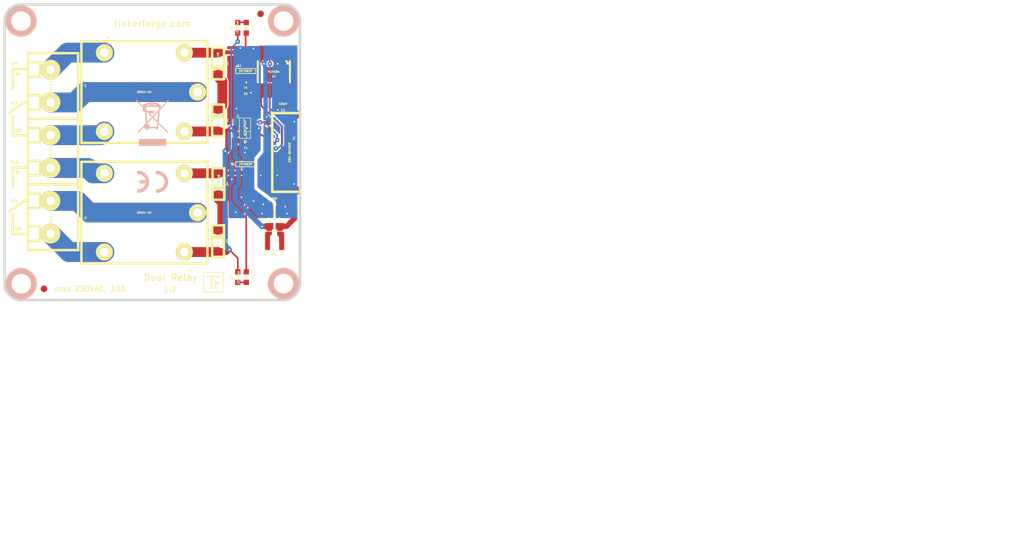
<source format=kicad_pcb>
(kicad_pcb (version 3) (host pcbnew "(2013-07-24 BZR 4024)-stable")
  (title_block (title "Dual Relay Bricklet") (rev 1.2) (company "Tinkerforge GmbH") (comment 1 "Licensed under CERN OHL v.1.1") (comment 2 "Copyright (©) 2013, B.Nordmeyer <bastian@tinkerforge.com>"))
  (layers (15 Vorderseite signal) (0 Rückseite signal) (18 B.Paste user) (19 F.Paste user) (20 B.SilkS user) (21 F.SilkS user) (22 B.Mask user) (23 F.Mask user) (28 Edge.Cuts user))
  (net 0 "")
  (net 1 +5V)
  (net 2 AGND)
  (net 3 GND)
  (net 4 N-000001)
  (net 5 N-0000016)
  (net 6 N-000002)
  (net 7 N-0000023)
  (net 8 N-0000024)
  (net 9 N-0000025)
  (net 10 N-0000026)
  (net 11 N-0000027)
  (net 12 N-000004)
  (net 13 N-000005)
  (net 14 N-000006)
  (net 15 N-000007)
  (net 16 N-000008)
  (net 17 N-000009)
  (net 18 OUT1)
  (net 19 OUT2)
  (net 20 SCL)
  (net 21 SDA)
  (net 22 VCC)
  (module AKL_5_2 (layer Vorderseite) (at 134.07136 94.07398 90)
    (fp_text reference J3 (at 0.00254 5.30098 90) (layer F.SilkS) (effects (font (size 0.29972 0.29972) (thickness 0.0762))))
    (fp_text value AKL_5_2 (at -0.09906 0 90) (layer F.SilkS) (effects (font (size 0.29972 0.29972) (thickness 0.0762))))
    (pad 1 thru_hole circle (at -2.49936 0 90) (size 2.99974 2.99974) (drill 1.30048) (layers *.Cu *.Mask F.SilkS) (net 16 N-000008))
    (pad 2 thru_hole circle (at 2.49936 0 90) (size 2.99974 2.99974) (drill 1.30048) (layers *.Cu *.Mask F.SilkS) (net 15 N-000007))
  )
  (module AKL_5_2 (layer Vorderseite) (at 134.07136 104.07396 90)
    (fp_text reference J2 (at 0.00254 5.30098 90) (layer F.SilkS) (effects (font (size 0.29972 0.29972) (thickness 0.0762))))
    (fp_text value AKL_5_2 (at -0.09906 0 90) (layer F.SilkS) (effects (font (size 0.29972 0.29972) (thickness 0.0762))))
    (pad 1 thru_hole circle (at -2.49936 0 90) (size 2.99974 2.99974) (drill 1.30048) (layers *.Cu *.Mask F.SilkS) (net 7 N-0000023))
    (pad 2 thru_hole circle (at 2.49936 0 90) (size 2.99974 2.99974) (drill 1.30048) (layers *.Cu *.Mask F.SilkS) (net 14 N-000006))
  )
  (module AKL_5_2 (layer Vorderseite) (at 134.07136 114.07394 90)
    (fp_text reference J1 (at -0.09906 5.30098 90) (layer F.SilkS) (effects (font (size 0.29972 0.29972) (thickness 0.0762))))
    (fp_text value AKL_5_2 (at -0.19812 0.1016 90) (layer F.SilkS) (effects (font (size 0.29972 0.29972) (thickness 0.0762))))
    (pad 1 thru_hole circle (at -2.49936 0 90) (size 2.99974 2.99974) (drill 1.30048) (layers *.Cu *.Mask F.SilkS) (net 13 N-000005))
    (pad 2 thru_hole circle (at 2.49936 0 90) (size 2.99974 2.99974) (drill 1.30048) (layers *.Cu *.Mask F.SilkS) (net 8 N-0000024))
  )
  (module ORWH-SX (layer Vorderseite) (at 148.375 113.375 180)
    (fp_text reference U2 (at -7.00024 -8.79856 180) (layer F.SilkS) (effects (font (size 0.29972 0.29972) (thickness 0.0762))))
    (fp_text value ORWH-SX (at 0 0 180) (layer F.SilkS) (effects (font (size 0.29972 0.29972) (thickness 0.0762))))
    (pad 1 thru_hole circle (at -6.10108 -5.99948 180) (size 2.60096 2.60096) (drill 1.30048) (layers *.Cu *.Mask F.SilkS) (net 1 +5V))
    (pad 2 thru_hole circle (at -8.10006 0 180) (size 2.60096 2.60096) (drill 1.30048) (layers *.Cu *.Mask F.SilkS) (net 8 N-0000024))
    (pad 3 thru_hole circle (at -6.10108 5.99948 180) (size 2.60096 2.60096) (drill 1.30048) (layers *.Cu *.Mask F.SilkS) (net 10 N-0000026))
    (pad 4 thru_hole circle (at 6.10108 5.99948 180) (size 2.60096 2.60096) (drill 1.30048) (layers *.Cu *.Mask F.SilkS) (net 7 N-0000023))
    (pad 5 thru_hole circle (at 6.10108 -5.99948 180) (size 2.60096 2.60096) (drill 1.30048) (layers *.Cu *.Mask F.SilkS) (net 13 N-000005))
  )
  (module ORWH-SX (layer Vorderseite) (at 148.375 95 180)
    (fp_text reference U3 (at 5.575 8.3 180) (layer F.SilkS) (effects (font (size 0.29972 0.29972) (thickness 0.0762))))
    (fp_text value ORWH-SX (at 0 0 180) (layer F.SilkS) (effects (font (size 0.29972 0.29972) (thickness 0.0762))))
    (pad 1 thru_hole circle (at -6.10108 -5.99948 180) (size 2.60096 2.60096) (drill 1.30048) (layers *.Cu *.Mask F.SilkS) (net 1 +5V))
    (pad 2 thru_hole circle (at -8.10006 0 180) (size 2.60096 2.60096) (drill 1.30048) (layers *.Cu *.Mask F.SilkS) (net 16 N-000008))
    (pad 3 thru_hole circle (at -6.10108 5.99948 180) (size 2.60096 2.60096) (drill 1.30048) (layers *.Cu *.Mask F.SilkS) (net 11 N-0000027))
    (pad 4 thru_hole circle (at 6.10108 5.99948 180) (size 2.60096 2.60096) (drill 1.30048) (layers *.Cu *.Mask F.SilkS) (net 15 N-000007))
    (pad 5 thru_hole circle (at 6.10108 -5.99948 180) (size 2.60096 2.60096) (drill 1.30048) (layers *.Cu *.Mask F.SilkS) (net 14 N-000006))
  )
  (module CON-SENSOR (layer Vorderseite) (at 172.1 104.2 90)
    (fp_text reference P1 (at 2.20218 -0.9017 90) (layer F.SilkS) (effects (font (size 0.29972 0.29972) (thickness 0.0762))))
    (fp_text value CON-SENSOR (at 0 -1.6002 90) (layer F.SilkS) (effects (font (size 0.29972 0.29972) (thickness 0.0762))))
    (pad 1 smd rect (at -4.50088 -4.7752 90) (size 0.59944 1.5494) (layers Vorderseite F.Paste F.Mask) (net 6 N-000002))
    (pad 2 smd rect (at -3.50012 -4.7752 90) (size 0.59944 1.5494) (layers Vorderseite F.Paste F.Mask) (net 3 GND))
    (pad 3 smd rect (at -2.49936 -4.7752 90) (size 0.59944 1.5494) (layers Vorderseite F.Paste F.Mask) (net 22 VCC))
    (pad 4 smd rect (at -1.50114 -4.7752 90) (size 0.59944 1.5494) (layers Vorderseite F.Paste F.Mask) (net 20 SCL))
    (pad 5 smd rect (at -0.50038 -4.7752 90) (size 0.59944 1.5494) (layers Vorderseite F.Paste F.Mask) (net 21 SDA))
    (pad 6 smd rect (at 0.50038 -4.7752 90) (size 0.59944 1.5494) (layers Vorderseite F.Paste F.Mask) (net 9 N-0000025))
    (pad 7 smd rect (at 1.50114 -4.7752 90) (size 0.59944 1.5494) (layers Vorderseite F.Paste F.Mask) (net 18 OUT1))
    (pad 8 smd rect (at 2.49936 -4.7752 90) (size 0.59944 1.5494) (layers Vorderseite F.Paste F.Mask) (net 19 OUT2))
    (pad 9 smd rect (at 3.50012 -4.7752 90) (size 0.59944 1.5494) (layers Vorderseite F.Paste F.Mask))
    (pad 10 smd rect (at 4.50088 -4.7752 90) (size 0.59944 1.5494) (layers Vorderseite F.Paste F.Mask))
    (pad EP smd rect (at -5.79882 -0.89916 90) (size 1.19888 1.80086) (layers Vorderseite F.Paste F.Mask) (net 3 GND))
    (pad EP smd rect (at 5.79882 -0.89916 90) (size 1.19888 1.80086) (layers Vorderseite F.Paste F.Mask) (net 3 GND))
  )
  (module Logo_31x31 (layer Vorderseite) (at 157.3 122.4)
    (fp_text reference Ref** hide)
    (fp_text value Val** hide)
  )
  (module Fiducial_Mark (layer Vorderseite) (at 133.07568 124.97562)
    (fp_text reference Fiducial_Mark hide)
    (fp_text value VAL** hide)
    (pad 1 smd circle (at 0 0) (size 1.00076 1.00076) (layers Vorderseite F.Mask) (clearance 0.65024))
  )
  (module Fiducial_Mark (layer Vorderseite) (at 166.07536 83.07578)
    (fp_text reference Fiducial_Mark hide)
    (fp_text value VAL** hide)
    (pad 1 smd circle (at 0 0) (size 1.00076 1.00076) (layers Vorderseite F.Mask) (clearance 0.65024))
  )
  (module CE_5mm (layer Rückseite) (at 149.575 108.675 180)
    (fp_text reference VAL hide)
    (fp_text value CE_5mm hide)
  )
  (module WEEE_7mm (layer Rückseite) (at 149.575 99.675)
    (fp_text reference VAL hide)
    (fp_text value WEEE_7mm hide)
  )
  (module MiniMelf (layer Vorderseite) (at 159.6 90.65 90)
    (fp_text reference D6 (at -0.05 1.4 90) (layer F.SilkS) (effects (font (size 0.29972 0.29972) (thickness 0.0762))))
    (fp_text value LL4148 (at 0.85 0 90) (layer F.SilkS) (effects (font (size 0.29972 0.29972) (thickness 0.0762))))
    (pad 2 smd rect (at -1.69926 0 90) (size 1.19888 1.6002) (layers Vorderseite F.Paste F.Mask) (net 12 N-000004))
    (pad 1 smd rect (at 1.69926 0 90) (size 1.19888 1.6002) (layers Vorderseite F.Paste F.Mask) (net 11 N-0000027))
  )
  (module MiniMelf (layer Vorderseite) (at 159.6 99.3 270)
    (fp_text reference D5 (at 0 -1.4 270) (layer F.SilkS) (effects (font (size 0.29972 0.29972) (thickness 0.0762))))
    (fp_text value 12V (at 0.4 0 270) (layer F.SilkS) (effects (font (size 0.29972 0.29972) (thickness 0.07493))))
    (pad 2 smd rect (at -1.69926 0 270) (size 1.19888 1.6002) (layers Vorderseite F.Paste F.Mask) (net 12 N-000004))
    (pad 1 smd rect (at 1.69926 0 270) (size 1.19888 1.6002) (layers Vorderseite F.Paste F.Mask) (net 1 +5V))
  )
  (module SOT23GDS (layer Vorderseite) (at 163.8 91.8 180)
    (fp_text reference Q2 (at 1 0.8 180) (layer F.SilkS) (effects (font (size 0.3 0.3) (thickness 0.075))))
    (fp_text value 2N7002P (at 0 0 180) (layer F.SilkS) (effects (font (size 0.3 0.3) (thickness 0.075))))
    (pad S smd rect (at -0.889 -1.016 180) (size 0.9144 0.9144) (layers Vorderseite F.Paste F.Mask) (net 2 AGND))
    (pad G smd rect (at 0.889 -1.016 180) (size 0.9144 0.9144) (layers Vorderseite F.Paste F.Mask) (net 18 OUT1))
    (pad D smd rect (at 0 1.016 180) (size 0.9144 0.9144) (layers Vorderseite F.Paste F.Mask) (net 11 N-0000027))
  )
  (module SOT23GDS (layer Vorderseite) (at 163.8 106)
    (fp_text reference Q1 (at -1.9 0) (layer F.SilkS) (effects (font (size 0.3 0.3) (thickness 0.075))))
    (fp_text value 2N7002P (at 0 0) (layer F.SilkS) (effects (font (size 0.3 0.3) (thickness 0.075))))
    (pad S smd rect (at -0.889 -1.016) (size 0.9144 0.9144) (layers Vorderseite F.Paste F.Mask) (net 2 AGND))
    (pad G smd rect (at 0.889 -1.016) (size 0.9144 0.9144) (layers Vorderseite F.Paste F.Mask) (net 19 OUT2))
    (pad D smd rect (at 0 1.016) (size 0.9144 0.9144) (layers Vorderseite F.Paste F.Mask) (net 10 N-0000026))
  )
  (module MiniMelf (layer Vorderseite) (at 159.65 109 90)
    (fp_text reference D4 (at 0 1.35 90) (layer F.SilkS) (effects (font (size 0.29972 0.29972) (thickness 0.0762))))
    (fp_text value LL4148 (at 0.6 0.05 90) (layer F.SilkS) (effects (font (size 0.29972 0.29972) (thickness 0.0762))))
    (pad 2 smd rect (at -1.69926 0 90) (size 1.19888 1.6002) (layers Vorderseite F.Paste F.Mask) (net 4 N-000001))
    (pad 1 smd rect (at 1.69926 0 90) (size 1.19888 1.6002) (layers Vorderseite F.Paste F.Mask) (net 10 N-0000026))
  )
  (module MiniMelf (layer Vorderseite) (at 159.6 117.7 270)
    (fp_text reference D3 (at 0 -1.4 270) (layer F.SilkS) (effects (font (size 0.29972 0.29972) (thickness 0.0762))))
    (fp_text value 12V (at 0.4 0 270) (layer F.SilkS) (effects (font (size 0.29972 0.29972) (thickness 0.07493))))
    (pad 2 smd rect (at -1.69926 0 270) (size 1.19888 1.6002) (layers Vorderseite F.Paste F.Mask) (net 4 N-000001))
    (pad 1 smd rect (at 1.69926 0 270) (size 1.19888 1.6002) (layers Vorderseite F.Paste F.Mask) (net 1 +5V))
  )
  (module NRH3015 (layer Vorderseite) (at 168.21 117.71 180)
    (fp_text reference FB1 (at 0.01 -1.99 180) (layer F.SilkS) (effects (font (size 0.29972 0.29972) (thickness 0.0762))))
    (fp_text value 4.7µH (at 0.01 0.01 180) (layer F.SilkS) (effects (font (size 0.29972 0.29972) (thickness 0.0762))))
    (pad 1 smd rect (at -1.09982 0 180) (size 0.8001 2.70002) (layers Vorderseite F.Paste F.Mask) (net 6 N-000002))
    (pad 2 smd rect (at 1.09982 0 180) (size 0.8001 2.70002) (layers Vorderseite F.Paste F.Mask) (net 1 +5V) (clearance 0.14986))
  )
  (module SC-74 (layer Vorderseite) (at 163.7 100.5 90)
    (fp_text reference U4 (at 1.8 -1.1 90) (layer F.SilkS) (effects (font (size 0.29972 0.29972) (thickness 0.0762))))
    (fp_text value CM1293A (at 0.1016 0 90) (layer F.SilkS) (effects (font (size 0.29972 0.29972) (thickness 0.0762))))
    (pad 1 smd rect (at -0.94996 1.19888 90) (size 0.70104 1.00076) (layers Vorderseite F.Paste F.Mask) (net 19 OUT2) (clearance 0.14986))
    (pad 2 smd rect (at 0 1.19888 90) (size 0.70104 1.00076) (layers Vorderseite F.Paste F.Mask) (net 2 AGND) (clearance 0.14986))
    (pad 3 smd rect (at 0.94996 1.19888 90) (size 0.70104 1.00076) (layers Vorderseite F.Paste F.Mask) (net 18 OUT1) (clearance 0.14986))
    (pad 6 smd rect (at -0.94996 -1.19888 90) (size 0.70104 1.00076) (layers Vorderseite F.Paste F.Mask) (clearance 0.14986))
    (pad 4 smd rect (at 0.94996 -1.19888 90) (size 0.70104 1.00076) (layers Vorderseite F.Paste F.Mask) (clearance 0.14986))
    (pad 5 smd rect (at 0 -1.19888 90) (size 0.70104 1.00076) (layers Vorderseite F.Paste F.Mask) (net 1 +5V) (clearance 0.14986))
  )
  (module SO-8 (layer Vorderseite) (at 168.1 91.9 180)
    (fp_text reference U1 (at 0 -0.7 180) (layer F.SilkS) (effects (font (size 0.3 0.3) (thickness 0.075))))
    (fp_text value M24C64 (at 0 0 180) (layer F.SilkS) (effects (font (size 0.3 0.3) (thickness 0.075))))
    (pad 1 smd rect (at -1.90246 2.86766) (size 0.79756 2.19964) (layers Vorderseite F.Paste F.Mask) (net 3 GND))
    (pad 2 smd rect (at -0.63246 2.86766) (size 0.79756 2.19964) (layers Vorderseite F.Paste F.Mask) (net 3 GND))
    (pad 3 smd rect (at 0.63246 2.86766) (size 0.79756 2.19964) (layers Vorderseite F.Paste F.Mask) (net 9 N-0000025))
    (pad 4 smd rect (at 1.90246 2.86766) (size 0.79756 2.19964) (layers Vorderseite F.Paste F.Mask) (net 3 GND))
    (pad 5 smd rect (at 1.90246 -2.86766 180) (size 0.79756 2.19964) (layers Vorderseite F.Paste F.Mask) (net 21 SDA))
    (pad 6 smd rect (at 0.63246 -2.86766 180) (size 0.79756 2.19964) (layers Vorderseite F.Paste F.Mask) (net 20 SCL))
    (pad 7 smd rect (at -0.63246 -2.86766 180) (size 0.79756 2.19964) (layers Vorderseite F.Paste F.Mask))
    (pad 8 smd rect (at -1.90246 -2.86766 180) (size 0.79756 2.19964) (layers Vorderseite F.Paste F.Mask) (net 22 VCC))
  )
  (module DRILL_NP (layer Vorderseite) (at 169.57548 124.17552 90)
    (fp_text reference U6 hide)
    (fp_text value DRILL hide)
    (pad "" thru_hole circle (at 0 0 90) (size 2.99974 2.99974) (drill 2.99974) (layers *.Cu *.SilkS *.Mask) (clearance 0.89916))
  )
  (module DRILL_NP (layer Vorderseite) (at 169.57548 84.1756)
    (fp_text reference U5 hide)
    (fp_text value DRILL hide)
    (pad "" thru_hole circle (at 0 0) (size 2.99974 2.99974) (drill 2.99974) (layers *.Cu *.SilkS *.Mask) (clearance 0.89916))
  )
  (module DRILL_NP (layer Vorderseite) (at 129.57556 84.1756 90)
    (fp_text reference U7 hide)
    (fp_text value DRILL hide)
    (pad "" thru_hole circle (at 0 0 90) (size 2.99974 2.99974) (drill 2.99974) (layers *.Cu *.SilkS *.Mask) (clearance 0.89916))
  )
  (module DRILL_NP (layer Vorderseite) (at 129.6 124.2)
    (fp_text reference U8 hide)
    (fp_text value DRILL hide)
    (pad "" thru_hole circle (at 0 0) (size 2.99974 2.99974) (drill 2.99974) (layers *.Cu *.SilkS *.Mask) (clearance 0.89916))
  )
  (module 0603 (layer Vorderseite) (at 163.8 103.5)
    (fp_text reference R1 (at 0 -1.00076) (layer F.SilkS) (effects (font (size 0.29972 0.29972) (thickness 0.0762))))
    (fp_text value 1k (at 0 0) (layer F.SilkS) (effects (font (size 0.29972 0.29972) (thickness 0.0762))))
    (pad 1 smd rect (at -0.8001 0) (size 0.8001 0.8001) (layers Vorderseite F.Paste F.Mask) (net 2 AGND))
    (pad 2 smd rect (at 0.8001 0) (size 0.8001 0.8001) (layers Vorderseite F.Paste F.Mask) (net 19 OUT2))
  )
  (module 0603 (layer Vorderseite) (at 163.9 123.2 90)
    (fp_text reference R3 (at 0.01 0.95 90) (layer F.SilkS) (effects (font (size 0.29972 0.29972) (thickness 0.0762))))
    (fp_text value 1k (at 0 0 90) (layer F.SilkS) (effects (font (size 0.29972 0.29972) (thickness 0.0762))))
    (pad 1 smd rect (at -0.8001 0 90) (size 0.8001 0.8001) (layers Vorderseite F.Paste F.Mask) (net 5 N-0000016))
    (pad 2 smd rect (at 0.8001 0 90) (size 0.8001 0.8001) (layers Vorderseite F.Paste F.Mask) (net 10 N-0000026))
  )
  (module 0603 (layer Vorderseite) (at 163.8 94.3 180)
    (fp_text reference R2 (at 0 -1.00076 180) (layer F.SilkS) (effects (font (size 0.29972 0.29972) (thickness 0.0762))))
    (fp_text value 1k (at 0 0 180) (layer F.SilkS) (effects (font (size 0.29972 0.29972) (thickness 0.0762))))
    (pad 1 smd rect (at -0.8001 0 180) (size 0.8001 0.8001) (layers Vorderseite F.Paste F.Mask) (net 2 AGND))
    (pad 2 smd rect (at 0.8001 0 180) (size 0.8001 0.8001) (layers Vorderseite F.Paste F.Mask) (net 18 OUT1))
  )
  (module 0603 (layer Vorderseite) (at 163.9 85.2 270)
    (fp_text reference R4 (at 0 -1.00076 270) (layer F.SilkS) (effects (font (size 0.29972 0.29972) (thickness 0.0762))))
    (fp_text value 1k (at 0 0 270) (layer F.SilkS) (effects (font (size 0.29972 0.29972) (thickness 0.0762))))
    (pad 1 smd rect (at -0.8001 0 270) (size 0.8001 0.8001) (layers Vorderseite F.Paste F.Mask) (net 17 N-000009))
    (pad 2 smd rect (at 0.8001 0 270) (size 0.8001 0.8001) (layers Vorderseite F.Paste F.Mask) (net 11 N-0000027))
  )
  (module 0603 (layer Vorderseite) (at 169.5 96.8 180)
    (fp_text reference C2 (at 0 -1.00076 180) (layer F.SilkS) (effects (font (size 0.29972 0.29972) (thickness 0.0762))))
    (fp_text value 100nF (at 0 0 180) (layer F.SilkS) (effects (font (size 0.29972 0.29972) (thickness 0.0762))))
    (pad 1 smd rect (at -0.8001 0 180) (size 0.8001 0.8001) (layers Vorderseite F.Paste F.Mask) (net 22 VCC))
    (pad 2 smd rect (at 0.8001 0 180) (size 0.8001 0.8001) (layers Vorderseite F.Paste F.Mask) (net 3 GND))
  )
  (module 0603 (layer Vorderseite) (at 168.2 112.14 180)
    (fp_text reference FB2 (at 0 0.92 180) (layer F.SilkS) (effects (font (size 0.29972 0.29972) (thickness 0.0762))))
    (fp_text value 0R (at 0 0 180) (layer F.SilkS) (effects (font (size 0.29972 0.29972) (thickness 0.0762))))
    (pad 1 smd rect (at -0.8001 0 180) (size 0.8001 0.8001) (layers Vorderseite F.Paste F.Mask) (net 3 GND))
    (pad 2 smd rect (at 0.8001 0 180) (size 0.8001 0.8001) (layers Vorderseite F.Paste F.Mask) (net 2 AGND))
  )
  (module D0603 (layer Vorderseite) (at 162.6 85.2 90)
    (fp_text reference D2 (at 0.01 -0.96 90) (layer F.SilkS) (effects (font (size 0.29972 0.29972) (thickness 0.0762))))
    (fp_text value "LED blue" (at 0.07366 -0.0762 90) (layer F.SilkS) (effects (font (size 0.29972 0.29972) (thickness 0.0762))))
    (pad 1 smd rect (at -0.8001 0 90) (size 0.8001 0.8001) (layers Vorderseite F.Paste F.Mask) (net 1 +5V))
    (pad 2 smd rect (at 0.8001 0 90) (size 0.8001 0.8001) (layers Vorderseite F.Paste F.Mask) (net 17 N-000009))
  )
  (module D0603 (layer Vorderseite) (at 162.6 123.2 270)
    (fp_text reference D1 (at -0.02 0.93 270) (layer F.SilkS) (effects (font (size 0.29972 0.29972) (thickness 0.0762))))
    (fp_text value "LED blue" (at 0.07366 -0.0762 270) (layer F.SilkS) (effects (font (size 0.29972 0.29972) (thickness 0.0762))))
    (pad 1 smd rect (at -0.8001 0 270) (size 0.8001 0.8001) (layers Vorderseite F.Paste F.Mask) (net 1 +5V))
    (pad 2 smd rect (at 0.8001 0 270) (size 0.8001 0.8001) (layers Vorderseite F.Paste F.Mask) (net 5 N-0000016))
  )
  (module 0805 (layer Vorderseite) (at 167.4 114.46 270)
    (fp_text reference C3 (at -0.01 1.03 270) (layer F.SilkS) (effects (font (size 0.29972 0.29972) (thickness 0.0762))))
    (fp_text value 1µF (at 0 0 270) (layer F.SilkS) (effects (font (size 0.29972 0.29972) (thickness 0.0762))))
    (pad 1 smd rect (at -1.00076 0 270) (size 1.00076 1.24968) (layers Vorderseite F.Paste F.Mask) (net 2 AGND) (clearance 0.14986))
    (pad 2 smd rect (at 1.00076 0 270) (size 1.00076 1.24968) (layers Vorderseite F.Paste F.Mask) (net 1 +5V) (clearance 0.14986))
  )
  (module 0805 (layer Vorderseite) (at 169.01 114.46 270)
    (fp_text reference C1 (at 0 -1.04902 270) (layer F.SilkS) (effects (font (size 0.29972 0.29972) (thickness 0.0762))))
    (fp_text value 1µF (at 0 0 270) (layer F.SilkS) (effects (font (size 0.29972 0.29972) (thickness 0.0762))))
    (pad 1 smd rect (at -1.00076 0 270) (size 1.00076 1.24968) (layers Vorderseite F.Paste F.Mask) (net 3 GND) (clearance 0.14986))
    (pad 2 smd rect (at 1.00076 0 270) (size 1.00076 1.24968) (layers Vorderseite F.Paste F.Mask) (net 6 N-000002) (clearance 0.14986))
  )
  (gr_text A (at 129.1 107.25 270) (layer F.SilkS) (effects (font (size 0.7 0.7) (thickness 0.14986))))
  (gr_text B (at 129.1 115.85 270) (layer F.SilkS) (effects (font (size 0.7 0.7) (thickness 0.14986))))
  (gr_line (start 128.3 106.5) (end 128.3 108.65) (angle 90) (layer F.SilkS) (width 0.381))
  (gr_line (start 128.3 106.5) (end 130.1 106.5) (angle 90) (layer F.SilkS) (width 0.381))
  (gr_text S (at 128.5 111.6 270) (layer F.SilkS) (effects (font (size 0.7 0.7) (thickness 0.14986))))
  (gr_line (start 128.3 109.5) (end 128.3 108.65) (angle 90) (layer F.SilkS) (width 0.381))
  (gr_line (start 128.3 116.6) (end 128.3 113.6) (angle 90) (layer F.SilkS) (width 0.381))
  (gr_line (start 128.3 116.6) (end 130.1 116.6) (angle 90) (layer F.SilkS) (width 0.381))
  (gr_line (start 130.1 111.55) (end 130.65 111.55) (angle 90) (layer F.SilkS) (width 0.381))
  (gr_line (start 130.1 106.5) (end 130.575 106.5) (angle 90) (layer F.SilkS) (width 0.381))
  (gr_line (start 130.075 116.6) (end 130.625 116.6) (angle 90) (layer F.SilkS) (width 0.381))
  (gr_line (start 130.1 111.55) (end 127.8 113.15) (angle 90) (layer F.SilkS) (width 0.381))
  (gr_line (start 130.075 116.6) (end 130.625 116.6) (angle 90) (layer F.SilkS) (width 0.381))
  (gr_line (start 130.1 106.5) (end 130.575 106.5) (angle 90) (layer F.SilkS) (width 0.381))
  (gr_text 2 (at 128.55 105.65 270) (layer F.SilkS) (effects (font (size 0.8 0.8))))
  (gr_text 1 (at 128.55 90.65 270) (layer F.SilkS) (effects (font (size 0.8 0.8))))
  (gr_line (start 130.1 91.5) (end 130.575 91.5) (angle 90) (layer F.SilkS) (width 0.381))
  (gr_line (start 130.075 101.6) (end 130.625 101.6) (angle 90) (layer F.SilkS) (width 0.381))
  (gr_line (start 130.1 96.55) (end 127.8 98.15) (angle 90) (layer F.SilkS) (width 0.381))
  (gr_line (start 130.075 101.6) (end 130.625 101.6) (angle 90) (layer F.SilkS) (width 0.381))
  (gr_line (start 130.1 91.5) (end 130.575 91.5) (angle 90) (layer F.SilkS) (width 0.381))
  (gr_line (start 130.1 96.55) (end 130.65 96.55) (angle 90) (layer F.SilkS) (width 0.381))
  (gr_line (start 128.3 101.6) (end 130.1 101.6) (angle 90) (layer F.SilkS) (width 0.381))
  (gr_line (start 128.3 101.6) (end 128.3 98.6) (angle 90) (layer F.SilkS) (width 0.381))
  (gr_line (start 128.3 94.5) (end 128.3 93.65) (angle 90) (layer F.SilkS) (width 0.381))
  (gr_text S (at 128.5 96.6 270) (layer F.SilkS) (effects (font (size 0.7 0.7) (thickness 0.14986))))
  (gr_line (start 128.3 91.5) (end 130.1 91.5) (angle 90) (layer F.SilkS) (width 0.381))
  (gr_line (start 128.3 91.5) (end 128.3 93.65) (angle 90) (layer F.SilkS) (width 0.381))
  (gr_text 1.2 (at 152.27554 125.04928) (layer F.SilkS) (effects (font (size 0.8001 0.8001) (thickness 0.14986))))
  (gr_text tinkerforge.com (at 149.57298 84.57184) (layer F.SilkS) (effects (font (size 1.00076 1.00076) (thickness 0.14986))))
  (gr_text "max 250VAC, 10A" (at 140.07338 124.97308) (layer F.SilkS) (effects (font (size 0.8001 0.8001) (thickness 0.14986))))
  (gr_text B (at 129.1 100.85 270) (layer F.SilkS) (effects (font (size 0.7 0.7) (thickness 0.14986))))
  (gr_text A (at 129.1 92.25 270) (layer F.SilkS) (effects (font (size 0.7 0.7) (thickness 0.14986))))
  (gr_line (start 127.07366 124.17298) (end 127.07366 84.17306) (angle 90) (layer Edge.Cuts) (width 0.381))
  (gr_line (start 129.57302 126.67234) (end 169.57294 126.67234) (angle 90) (layer Edge.Cuts) (width 0.381))
  (gr_line (start 129.57302 81.67116) (end 169.57294 81.67116) (angle 90) (layer Edge.Cuts) (width 0.381))
  (gr_arc (start 129.57302 84.17306) (end 127.07366 84.17306) (angle 90) (layer Edge.Cuts) (width 0.381))
  (gr_arc (start 129.57302 124.17298) (end 129.57302 126.67234) (angle 90) (layer Edge.Cuts) (width 0.381))
  (gr_line (start 172.0723 124.17298) (end 172.0723 84.17306) (angle 90) (layer Edge.Cuts) (width 0.381))
  (gr_arc (start 169.57294 124.17298) (end 172.0723 124.17298) (angle 90) (layer Edge.Cuts) (width 0.381))
  (gr_arc (start 169.57294 84.17306) (end 169.57294 81.67116) (angle 90) (layer Edge.Cuts) (width 0.381))
  (gr_text "Dual Relay" (at 152.3746 123.27128) (layer F.SilkS) (effects (font (size 1.00076 1.00076) (thickness 0.14986))))
  (segment (start 162.2 104.9) (end 162.3 104.9) (width 0.8001) (layer Rückseite) (net 1))
  (segment (start 162.7 109.1) (end 162.2 109.6) (width 0.8001) (layer Rückseite) (net 1))
  (segment (start 162.7 105.3) (end 162.7 109.1) (width 0.8001) (layer Rückseite) (net 1))
  (segment (start 162.3 104.9) (end 162.7 105.3) (width 0.8001) (layer Rückseite) (net 1))
  (segment (start 162.6 86.0001) (end 162.6 87.3) (width 0.24892) (layer Vorderseite) (net 1))
  (segment (start 161.6 88.3) (end 161.6 100.5) (width 0.24892) (layer Rückseite) (net 1))
  (segment (start 162.6 87.3) (end 161.6 88.3) (width 0.24892) (layer Rückseite) (net 1))
  (via (at 162.6 87.3) (size 0.70104) (layers Vorderseite Rückseite) (net 1))
  (segment (start 162.6 122.3999) (end 162.6 120.3) (width 0.24892) (layer Vorderseite) (net 1))
  (segment (start 162.6 120.3) (end 161.3 119) (width 0.24892) (layer Vorderseite) (net 1))
  (segment (start 159.6 119.39926) (end 160.90074 119.39926) (width 0.8001) (layer Vorderseite) (net 1))
  (segment (start 161.10074 103.59926) (end 161.10074 100.99926) (width 0.8001) (layer Vorderseite) (net 1))
  (segment (start 160.7 104) (end 161.10074 103.59926) (width 0.8001) (layer Vorderseite) (net 1))
  (via (at 160.7 104) (size 0.70104) (layers Vorderseite Rückseite) (net 1))
  (segment (start 160.7 118.4) (end 160.7 104) (width 0.8001) (layer Rückseite) (net 1))
  (segment (start 161.3 119) (end 160.7 118.4) (width 0.8001) (layer Rückseite) (net 1))
  (via (at 161.3 119) (size 0.70104) (layers Vorderseite Rückseite) (net 1))
  (segment (start 160.90074 119.39926) (end 161.3 119) (width 0.8001) (layer Vorderseite) (net 1))
  (segment (start 159.6 100.99926) (end 161.10074 100.99926) (width 0.8001) (layer Vorderseite) (net 1))
  (segment (start 161.10074 100.99926) (end 161.6 100.5) (width 0.8001) (layer Vorderseite) (net 1))
  (segment (start 167.4 115.46076) (end 166.33924 115.46076) (width 0.8001) (layer Vorderseite) (net 1))
  (segment (start 166.33924 115.46076) (end 166.3 115.5) (width 0.8001) (layer Vorderseite) (net 1))
  (via (at 166.3 115.5) (size 0.70104) (layers Vorderseite Rückseite) (net 1))
  (segment (start 161.6 100.5) (end 162.50112 100.5) (width 0.8001) (layer Vorderseite) (net 1))
  (segment (start 167.11018 117.71) (end 167.11018 116.78982) (width 0.8001) (layer Vorderseite) (net 1))
  (segment (start 167.4 116.5) (end 167.4 115.46076) (width 0.8001) (layer Vorderseite) (net 1))
  (segment (start 167.11018 116.78982) (end 167.4 116.5) (width 0.8001) (layer Vorderseite) (net 1))
  (segment (start 154.47608 119.37448) (end 159.57522 119.37448) (width 1.50114) (layer Vorderseite) (net 1))
  (segment (start 159.57522 119.37448) (end 159.6 119.39926) (width 1.50114) (layer Vorderseite) (net 1))
  (segment (start 154.47608 100.99948) (end 159.59978 100.99948) (width 1.50114) (layer Vorderseite) (net 1))
  (segment (start 159.59978 100.99948) (end 159.6 100.99926) (width 1.50114) (layer Vorderseite) (net 1))
  (segment (start 166.3 115.5) (end 166.3 115.5) (width 0.8001) (layer Rückseite) (net 1))
  (segment (start 162.2 101.1) (end 161.6 100.5) (width 0.8001) (layer Rückseite) (net 1))
  (segment (start 162.2 111.4) (end 162.2 109.6) (width 0.8001) (layer Rückseite) (net 1))
  (segment (start 166.3 115.5) (end 162.2 111.4) (width 0.8001) (layer Rückseite) (net 1))
  (segment (start 162.2 104.9) (end 162.2 101.1) (width 0.8001) (layer Rückseite) (net 1))
  (via (at 161.6 100.5) (size 0.70104) (layers Vorderseite Rückseite) (net 1))
  (segment (start 164 100.5) (end 164 101.23) (width 0.24892) (layer Vorderseite) (net 2))
  (segment (start 163.7 101.53) (end 164 101.53) (width 0.24892) (layer Rückseite) (net 2))
  (via (at 163.7 101.53) (size 0.70104) (layers Vorderseite Rückseite) (net 2))
  (segment (start 164 101.23) (end 163.7 101.53) (width 0.24892) (layer Vorderseite) (net 2))
  (segment (start 164 100.5) (end 164 99.66) (width 0.24892) (layer Rückseite) (net 2))
  (via (at 163.59 99.25) (size 0.70104) (layers Vorderseite Rückseite) (net 2))
  (segment (start 164 99.66) (end 163.59 99.25) (width 0.24892) (layer Rückseite) (net 2))
  (segment (start 163.9 93.5) (end 163.9 92.6) (width 0.8001) (layer Rückseite) (net 2))
  (via (at 162.4 91.1) (size 0.70104) (layers Vorderseite Rückseite) (net 2))
  (segment (start 163.9 92.6) (end 162.4 91.1) (width 0.8001) (layer Rückseite) (net 2))
  (segment (start 165 111.6) (end 163.74345 111.6) (width 0.8001) (layer Rückseite) (net 2))
  (via (at 165 111.6) (size 0.70104) (layers Vorderseite Rückseite) (net 2))
  (via (at 162.3 113.3) (size 0.70104) (layers Vorderseite Rückseite) (net 2))
  (segment (start 162.3 111.9) (end 162.3 113.3) (width 0.8001) (layer Vorderseite) (net 2))
  (segment (start 163.171725 111.028275) (end 162.3 111.9) (width 0.8001) (layer Vorderseite) (net 2))
  (via (at 163.171725 111.028275) (size 0.70104) (layers Vorderseite Rückseite) (net 2))
  (segment (start 163.74345 111.6) (end 163.171725 111.028275) (width 0.8001) (layer Rückseite) (net 2))
  (segment (start 162.911 104.984) (end 162.616 104.984) (width 0.8001) (layer Vorderseite) (net 2))
  (via (at 161.7 108.3) (size 0.70104) (layers Vorderseite Rückseite) (net 2))
  (segment (start 161.7 105.9) (end 161.7 108.3) (width 0.8001) (layer Rückseite) (net 2))
  (via (at 161.7 105.9) (size 0.70104) (layers Vorderseite Rückseite) (net 2))
  (segment (start 162.616 104.984) (end 161.7 105.9) (width 0.8001) (layer Vorderseite) (net 2))
  (segment (start 163.7 104.2) (end 163.7 110.3) (width 0.8001) (layer Rückseite) (net 2))
  (segment (start 163.7 110.3) (end 165 111.6) (width 0.8001) (layer Rückseite) (net 2))
  (segment (start 165 111.6) (end 165.5 112.1) (width 0.8001) (layer Rückseite) (net 2))
  (segment (start 165.5 112.1) (end 166.5 112.1) (width 0.8001) (layer Rückseite) (net 2))
  (segment (start 163.9 89.5) (end 165 88.4) (width 0.24892) (layer Rückseite) (net 2))
  (via (at 165 88.4) (size 0.70104) (layers Vorderseite Rückseite) (net 2))
  (segment (start 163.9 89.5) (end 163.9 89.2) (width 0.24892) (layer Rückseite) (net 2))
  (via (at 163 88.3) (size 0.70104) (layers Vorderseite Rückseite) (net 2))
  (segment (start 163.9 89.2) (end 163 88.3) (width 0.24892) (layer Rückseite) (net 2))
  (segment (start 163.9 93.5) (end 163.9 89.5) (width 0.24892) (layer Rückseite) (net 2))
  (via (at 163.9 93.5) (size 0.70104) (layers Vorderseite Rückseite) (net 2))
  (segment (start 164.689 93.5) (end 163.9 93.5) (width 0.8001) (layer Vorderseite) (net 2))
  (segment (start 164.6 95.1) (end 164.6 95.3) (width 0.24892) (layer Rückseite) (net 2))
  (via (at 162.4 97.5) (size 0.70104) (layers Vorderseite Rückseite) (net 2))
  (segment (start 164.6 95.3) (end 162.4 97.5) (width 0.24892) (layer Rückseite) (net 2))
  (segment (start 164.89888 100.5) (end 165.8 100.5) (width 0.8001) (layer Vorderseite) (net 2))
  (via (at 165.8 100.5) (size 0.70104) (layers Vorderseite Rückseite) (net 2))
  (via (at 163.7 104.2) (size 0.70104) (layers Vorderseite Rückseite) (net 2))
  (segment (start 162.911 104.2) (end 163.7 104.2) (width 0.8001) (layer Vorderseite) (net 2))
  (segment (start 164 101.53) (end 164 102.4) (width 0.8001) (layer Rückseite) (net 2))
  (segment (start 162.9999 103.4001) (end 163.7 102.7) (width 0.8001) (layer Vorderseite) (net 2))
  (via (at 163.7 102.7) (size 0.70104) (layers Vorderseite Rückseite) (net 2))
  (segment (start 162.9999 103.4001) (end 162.9999 103.5) (width 0.8001) (layer Vorderseite) (net 2))
  (segment (start 164 102.4) (end 163.7 102.7) (width 0.8001) (layer Rückseite) (net 2))
  (segment (start 164 100.5) (end 164 98.1) (width 0.8001) (layer Rückseite) (net 2))
  (via (at 164 100.5) (size 0.70104) (layers Vorderseite Rückseite) (net 2))
  (segment (start 164.89888 100.5) (end 164 100.5) (width 0.8001) (layer Vorderseite) (net 2))
  (segment (start 164.6001 95.0999) (end 164.6 95.1) (width 0.8001) (layer Vorderseite) (net 2))
  (via (at 164.6 95.1) (size 0.70104) (layers Vorderseite Rückseite) (net 2))
  (segment (start 164.6001 95.0999) (end 164.6001 94.3) (width 0.8001) (layer Vorderseite) (net 2))
  (segment (start 164.6 97.5) (end 164.6 95.1) (width 0.8001) (layer Rückseite) (net 2))
  (segment (start 164 98.1) (end 164.6 97.5) (width 0.8001) (layer Rückseite) (net 2))
  (segment (start 164.689 92.816) (end 164.689 93.5) (width 0.8001) (layer Vorderseite) (net 2))
  (segment (start 164.689 93.5) (end 164.689 94.2111) (width 0.8001) (layer Vorderseite) (net 2))
  (segment (start 164.689 94.2111) (end 164.6001 94.3) (width 0.8001) (layer Vorderseite) (net 2))
  (segment (start 162.911 104.984) (end 162.911 104.2) (width 0.8001) (layer Vorderseite) (net 2))
  (segment (start 162.911 104.2) (end 162.911 103.5889) (width 0.8001) (layer Vorderseite) (net 2))
  (segment (start 162.911 103.5889) (end 162.9999 103.5) (width 0.8001) (layer Vorderseite) (net 2))
  (segment (start 166.3 113.5) (end 166.3 112.3) (width 0.8001) (layer Rückseite) (net 2))
  (segment (start 166.3 112.3) (end 166.5 112.1) (width 0.8001) (layer Rückseite) (net 2))
  (segment (start 166.34076 113.45924) (end 167.4 113.45924) (width 0.8001) (layer Vorderseite) (net 2))
  (via (at 166.3 113.5) (size 0.70104) (layers Vorderseite Rückseite) (net 2))
  (segment (start 166.34076 113.45924) (end 166.3 113.5) (width 0.8001) (layer Vorderseite) (net 2))
  (segment (start 166.54 112.14) (end 166.5 112.1) (width 0.8001) (layer Vorderseite) (net 2))
  (segment (start 167.3999 112.14) (end 166.54 112.14) (width 0.8001) (layer Vorderseite) (net 2))
  (via (at 166.5 112.1) (size 0.70104) (layers Vorderseite Rückseite) (net 2))
  (segment (start 166.6 90.7) (end 166.6 91.3) (width 0.24892) (layer Rückseite) (net 3))
  (via (at 166.6 90.7) (size 0.70104) (layers Vorderseite Rückseite) (net 3))
  (via (at 167 98.8) (size 0.70104) (layers Vorderseite Rückseite) (net 3))
  (segment (start 167 91.7) (end 167 98.8) (width 0.24892) (layer Rückseite) (net 3))
  (segment (start 166.6 91.3) (end 167 91.7) (width 0.24892) (layer Rückseite) (net 3))
  (segment (start 168.7 97.7) (end 168.7 90.7) (width 0.24892) (layer Rückseite) (net 3))
  (segment (start 166.6 90.7) (end 166.6 91.2) (width 0.24892) (layer Vorderseite) (net 3))
  (segment (start 166.6 91.2) (end 166.9 91.5) (width 0.24892) (layer Vorderseite) (net 3))
  (segment (start 166.9 91.5) (end 167.9 91.5) (width 0.24892) (layer Vorderseite) (net 3))
  (segment (start 167.9 91.5) (end 168.7 90.7) (width 0.24892) (layer Vorderseite) (net 3))
  (segment (start 166.19754 89.03234) (end 166.19754 90.29754) (width 0.24892) (layer Vorderseite) (net 3))
  (segment (start 166.19754 90.29754) (end 166.6 90.7) (width 0.24892) (layer Vorderseite) (net 3))
  (segment (start 168.7 90.7) (end 170.1 90.7) (width 0.24892) (layer Rückseite) (net 3))
  (segment (start 170.00246 90.60246) (end 170.00246 89.03234) (width 0.24892) (layer Vorderseite) (net 3))
  (via (at 170.1 90.7) (size 0.70104) (layers Vorderseite Rückseite) (net 3))
  (segment (start 170.00246 90.60246) (end 170.1 90.7) (width 0.24892) (layer Vorderseite) (net 3))
  (segment (start 168.73246 90.66754) (end 168.7 90.7) (width 0.24892) (layer Vorderseite) (net 3))
  (segment (start 168.73246 89.03234) (end 168.73246 90.66754) (width 0.24892) (layer Vorderseite) (net 3))
  (via (at 168.7 90.7) (size 0.70104) (layers Vorderseite Rückseite) (net 3))
  (segment (start 168.6999 96.8) (end 168.6999 97.6999) (width 0.24892) (layer Vorderseite) (net 3))
  (segment (start 170.5 99.5) (end 171.2 99.5) (width 0.24892) (layer Rückseite) (net 3))
  (segment (start 168.7 97.7) (end 170.5 99.5) (width 0.24892) (layer Rückseite) (net 3))
  (via (at 168.7 97.7) (size 0.70104) (layers Vorderseite Rückseite) (net 3))
  (segment (start 168.6999 97.6999) (end 168.7 97.7) (width 0.24892) (layer Vorderseite) (net 3))
  (segment (start 168.6 107.7) (end 169.9 107.7) (width 0.8001) (layer Rückseite) (net 3))
  (segment (start 169.9 107.7) (end 171.2 106.4) (width 0.8001) (layer Rückseite) (net 3))
  (segment (start 171.20084 109.99882) (end 171.20084 109.00084) (width 0.8001) (layer Vorderseite) (net 3))
  (segment (start 171.20084 109.00084) (end 171.2 109) (width 0.8001) (layer Vorderseite) (net 3))
  (via (at 171.2 109) (size 0.70104) (layers Vorderseite Rückseite) (net 3))
  (segment (start 171.2 109) (end 171.2 106.4) (width 0.8001) (layer Rückseite) (net 3))
  (segment (start 171.20084 99.49916) (end 171.20084 98.40118) (width 0.8001) (layer Vorderseite) (net 3))
  (segment (start 171.2 106.4) (end 171.2 99.5) (width 0.8001) (layer Rückseite) (net 3))
  (via (at 171.2 99.5) (size 0.70104) (layers Vorderseite Rückseite) (net 3))
  (segment (start 171.2 99.5) (end 171.20084 99.49916) (width 0.8001) (layer Vorderseite) (net 3))
  (segment (start 170.1 113.5) (end 170.1 112.74345) (width 0.8001) (layer Rückseite) (net 3))
  (segment (start 170.05924 113.45924) (end 170.1 113.5) (width 0.8001) (layer Vorderseite) (net 3))
  (via (at 170.1 113.5) (size 0.70104) (layers Vorderseite Rückseite) (net 3))
  (segment (start 169.01 113.45924) (end 170.05924 113.45924) (width 0.8001) (layer Vorderseite) (net 3))
  (segment (start 170.1 112.74345) (end 169.828275 112.471725) (width 0.8001) (layer Rückseite) (net 3))
  (segment (start 168.6 107.7) (end 168.6 111.24345) (width 0.8001) (layer Rückseite) (net 3))
  (segment (start 168.57314 107.67314) (end 168.6 107.7) (width 0.8001) (layer Vorderseite) (net 3))
  (via (at 168.6 107.7) (size 0.70104) (layers Vorderseite Rückseite) (net 3))
  (segment (start 167.29964 107.67314) (end 168.57314 107.67314) (width 0.8001) (layer Vorderseite) (net 3))
  (segment (start 166.1 107.7) (end 166.12686 107.67314) (width 0.8001) (layer Vorderseite) (net 3))
  (via (at 166.1 107.7) (size 0.70104) (layers Vorderseite Rückseite) (net 3))
  (segment (start 167.29964 107.67314) (end 166.12686 107.67314) (width 0.8001) (layer Vorderseite) (net 3))
  (segment (start 168.6 111.24345) (end 169.828275 112.471725) (width 0.8001) (layer Rückseite) (net 3))
  (segment (start 169.0001 112.14) (end 169.49655 112.14) (width 0.8001) (layer Vorderseite) (net 3))
  (segment (start 169.828275 112.471725) (end 169.8 112.5) (width 0.8001) (layer Rückseite) (net 3))
  (via (at 169.828275 112.471725) (size 0.70104) (layers Vorderseite Rückseite) (net 3))
  (segment (start 169.49655 112.14) (end 169.828275 112.471725) (width 0.8001) (layer Vorderseite) (net 3))
  (segment (start 159.65 110.69926) (end 159.65 111.25) (width 1.50114) (layer Vorderseite) (net 4))
  (segment (start 159.65 111.25) (end 160.25 111.85) (width 1.50114) (layer Vorderseite) (net 4))
  (segment (start 160.25 111.85) (end 160.25 115.35074) (width 1.50114) (layer Vorderseite) (net 4))
  (segment (start 160.25 115.35074) (end 159.6 116.00074) (width 1.50114) (layer Vorderseite) (net 4))
  (segment (start 162.6 124.0001) (end 163.9 124.0001) (width 0.24892) (layer Vorderseite) (net 5))
  (segment (start 169.30982 117.71) (end 169.30982 116.90982) (width 0.8001) (layer Vorderseite) (net 6))
  (segment (start 169.01 116.61) (end 169.01 115.46076) (width 0.8001) (layer Vorderseite) (net 6))
  (segment (start 169.30982 116.90982) (end 169.01 116.61) (width 0.8001) (layer Vorderseite) (net 6))
  (segment (start 167.29964 108.6739) (end 167.3739 108.6739) (width 0.8001) (layer Vorderseite) (net 6))
  (segment (start 170.03924 115.46076) (end 169.01 115.46076) (width 0.8001) (layer Vorderseite) (net 6))
  (segment (start 171.3 114.2) (end 170.03924 115.46076) (width 0.8001) (layer Vorderseite) (net 6))
  (segment (start 171.3 112.6) (end 171.3 114.2) (width 0.8001) (layer Vorderseite) (net 6))
  (segment (start 167.3739 108.6739) (end 171.3 112.6) (width 0.8001) (layer Vorderseite) (net 6))
  (segment (start 134.07136 106.57332) (end 139.77332 106.57332) (width 2.99974) (layer Vorderseite) (net 7))
  (segment (start 139.77332 106.57332) (end 140.57552 107.37552) (width 2.99974) (layer Vorderseite) (net 7))
  (segment (start 140.57552 107.37552) (end 142.27392 107.37552) (width 2.99974) (layer Vorderseite) (net 7))
  (segment (start 134.07136 106.57332) (end 139.72332 106.57332) (width 2.99974) (layer Rückseite) (net 7))
  (segment (start 139.72332 106.57332) (end 140.52552 107.37552) (width 2.99974) (layer Rückseite) (net 7))
  (segment (start 140.52552 107.37552) (end 142.27392 107.37552) (width 2.99974) (layer Rückseite) (net 7))
  (segment (start 156.47506 113.375) (end 139.97388 113.375) (width 2.99974) (layer Vorderseite) (net 8))
  (segment (start 138.17346 111.57458) (end 139.97178 113.3729) (width 2.99974) (layer Vorderseite) (net 8))
  (segment (start 138.17346 111.57458) (end 134.07136 111.57458) (width 2.99974) (layer Vorderseite) (net 8))
  (segment (start 139.97388 113.375) (end 139.97178 113.3729) (width 2.99974) (layer Vorderseite) (net 8))
  (segment (start 156.47506 113.375) (end 139.97388 113.375) (width 2.99974) (layer Rückseite) (net 8))
  (segment (start 138.17346 111.57458) (end 139.97178 113.3729) (width 2.99974) (layer Rückseite) (net 8))
  (segment (start 138.17346 111.57458) (end 134.07136 111.57458) (width 2.99974) (layer Rückseite) (net 8))
  (segment (start 139.97388 113.375) (end 139.97178 113.3729) (width 2.99974) (layer Rückseite) (net 8))
  (segment (start 168.4 103.6) (end 168.7 103.6) (width 0.24892) (layer Rückseite) (net 9))
  (segment (start 169.4 100.2) (end 167.5 98.3) (width 0.24892) (layer Rückseite) (net 9))
  (segment (start 169.4 102.9) (end 169.4 100.2) (width 0.24892) (layer Rückseite) (net 9))
  (segment (start 168.7 103.6) (end 169.4 102.9) (width 0.24892) (layer Rückseite) (net 9))
  (segment (start 167.3248 103.69962) (end 168.30038 103.69962) (width 0.24892) (layer Vorderseite) (net 9))
  (segment (start 167.46754 90.66754) (end 167.46754 89.03234) (width 0.24892) (layer Vorderseite) (net 9))
  (segment (start 167.5 90.7) (end 167.46754 90.66754) (width 0.24892) (layer Vorderseite) (net 9))
  (via (at 167.5 90.7) (size 0.70104) (layers Vorderseite Rückseite) (net 9))
  (segment (start 167.5 98.3) (end 167.5 90.7) (width 0.24892) (layer Rückseite) (net 9))
  (via (at 168.4 103.6) (size 0.70104) (layers Vorderseite Rückseite) (net 9))
  (segment (start 168.30038 103.69962) (end 168.4 103.6) (width 0.24892) (layer Vorderseite) (net 9))
  (segment (start 163.9 122.3999) (end 163.9 107.116) (width 0.24892) (layer Vorderseite) (net 10))
  (segment (start 163.9 107.116) (end 163.8 107.016) (width 0.24892) (layer Vorderseite) (net 10))
  (segment (start 159.65 107.30074) (end 163.51526 107.30074) (width 0.59944) (layer Vorderseite) (net 10))
  (segment (start 163.51526 107.30074) (end 163.8 107.016) (width 0.59944) (layer Vorderseite) (net 10))
  (segment (start 154.47608 107.37552) (end 159.57522 107.37552) (width 1.50114) (layer Vorderseite) (net 10))
  (segment (start 159.57522 107.37552) (end 159.65 107.30074) (width 1.50114) (layer Vorderseite) (net 10))
  (segment (start 163.8 90.784) (end 163.8 86.1001) (width 0.24892) (layer Vorderseite) (net 11))
  (segment (start 163.8 86.1001) (end 163.9 86.0001) (width 0.24892) (layer Vorderseite) (net 11))
  (segment (start 162.27074 88.95074) (end 162.04926 88.95074) (width 0.59944) (layer Vorderseite) (net 11))
  (segment (start 163.8 90.784) (end 163.8 90.48) (width 0.59944) (layer Vorderseite) (net 11))
  (segment (start 162.04926 88.95074) (end 159.6 88.95074) (width 0.59944) (layer Vorderseite) (net 11))
  (segment (start 163.8 90.48) (end 162.27074 88.95074) (width 0.59944) (layer Vorderseite) (net 11))
  (segment (start 154.47608 89.00052) (end 159.55022 89.00052) (width 1.50114) (layer Vorderseite) (net 11))
  (segment (start 159.55022 89.00052) (end 159.6 88.95074) (width 1.50114) (layer Vorderseite) (net 11))
  (segment (start 159.6 92.34926) (end 159.6 92.7) (width 1.50114) (layer Vorderseite) (net 12))
  (segment (start 159.6 92.7) (end 160.25 93.35) (width 1.50114) (layer Vorderseite) (net 12))
  (segment (start 160.25 93.35) (end 160.25 96.95074) (width 1.50114) (layer Vorderseite) (net 12))
  (segment (start 160.25 96.95074) (end 159.6 97.60074) (width 1.50114) (layer Vorderseite) (net 12))
  (segment (start 142.27392 119.37448) (end 136.87254 119.37448) (width 2.99974) (layer Vorderseite) (net 13))
  (segment (start 136.87254 119.37448) (end 134.07136 116.5733) (width 2.99974) (layer Vorderseite) (net 13))
  (segment (start 142.27392 119.37448) (end 136.87254 119.37448) (width 2.99974) (layer Rückseite) (net 13))
  (segment (start 136.87254 119.37448) (end 134.07136 116.5733) (width 2.99974) (layer Rückseite) (net 13))
  (segment (start 134.07136 101.5746) (end 141.6988 101.5746) (width 2.99974) (layer Vorderseite) (net 14))
  (segment (start 141.6988 101.5746) (end 142.27392 100.99948) (width 2.99974) (layer Vorderseite) (net 14))
  (segment (start 134.07136 101.5746) (end 141.6988 101.5746) (width 2.99974) (layer Rückseite) (net 14))
  (segment (start 141.6988 101.5746) (end 142.27392 100.99948) (width 2.99974) (layer Rückseite) (net 14))
  (segment (start 142.27392 89.00052) (end 136.64546 89.00052) (width 2.99974) (layer Vorderseite) (net 15))
  (segment (start 136.64546 89.00052) (end 134.07136 91.57462) (width 2.99974) (layer Vorderseite) (net 15))
  (segment (start 142.27392 89.00052) (end 136.64546 89.00052) (width 2.99974) (layer Rückseite) (net 15))
  (segment (start 136.64546 89.00052) (end 134.07136 91.57462) (width 2.99974) (layer Rückseite) (net 15))
  (segment (start 156.47506 95) (end 139.34548 95) (width 2.99974) (layer Rückseite) (net 16))
  (segment (start 139.34548 95) (end 139.37234 94.97314) (width 2.99974) (layer Rückseite) (net 16))
  (segment (start 156.47506 95) (end 139.4 95) (width 2.99974) (layer Vorderseite) (net 16))
  (segment (start 137.77214 96.57334) (end 139.37234 94.97314) (width 2.99974) (layer Rückseite) (net 16))
  (segment (start 134.07136 96.57334) (end 137.77214 96.57334) (width 2.99974) (layer Rückseite) (net 16))
  (segment (start 137.77214 96.57334) (end 139.37234 94.97314) (width 2.99974) (layer Vorderseite) (net 16))
  (segment (start 134.07136 96.57334) (end 137.77214 96.57334) (width 2.99974) (layer Vorderseite) (net 16))
  (segment (start 162.76 84.3699) (end 164.06 84.3699) (width 0.24892) (layer Vorderseite) (net 17))
  (segment (start 168.6 102.3) (end 168.6 101.5) (width 0.24892) (layer Rückseite) (net 18))
  (segment (start 168.30114 102.69886) (end 168.6 102.4) (width 0.24892) (layer Vorderseite) (net 18))
  (segment (start 168.6 102.4) (end 168.6 102.3) (width 0.24892) (layer Vorderseite) (net 18))
  (via (at 168.6 102.3) (size 0.70104) (layers Vorderseite Rückseite) (net 18))
  (segment (start 167.3248 102.69886) (end 168.30114 102.69886) (width 0.24892) (layer Vorderseite) (net 18))
  (segment (start 166.7 99.6) (end 166 99.6) (width 0.24892) (layer Rückseite) (net 18))
  (segment (start 168.6 101.5) (end 166.7 99.6) (width 0.24892) (layer Rückseite) (net 18))
  (segment (start 162.9999 94.3) (end 162.9999 92.9049) (width 0.24892) (layer Vorderseite) (net 18))
  (segment (start 162.9999 92.9049) (end 162.911 92.816) (width 0.24892) (layer Vorderseite) (net 18))
  (segment (start 165.95004 99.55004) (end 164.89888 99.55004) (width 0.24892) (layer Vorderseite) (net 18))
  (segment (start 166 99.6) (end 165.95004 99.55004) (width 0.24892) (layer Vorderseite) (net 18))
  (via (at 166 99.6) (size 0.70104) (layers Vorderseite Rückseite) (net 18))
  (segment (start 164.89888 99.55004) (end 164.89888 98.49888) (width 0.24892) (layer Vorderseite) (net 18))
  (segment (start 162.9999 96.5999) (end 162.9999 94.3) (width 0.24892) (layer Vorderseite) (net 18))
  (segment (start 164.89888 98.49888) (end 162.9999 96.5999) (width 0.24892) (layer Vorderseite) (net 18))
  (segment (start 167.29964 101.67366) (end 166.37366 101.67366) (width 0.24892) (layer Vorderseite) (net 19))
  (segment (start 166.14996 101.44996) (end 164.89888 101.44996) (width 0.24892) (layer Vorderseite) (net 19))
  (segment (start 166.37366 101.67366) (end 166.14996 101.44996) (width 0.24892) (layer Vorderseite) (net 19))
  (segment (start 164.689 104.984) (end 164.689 103.5889) (width 0.24892) (layer Vorderseite) (net 19))
  (segment (start 164.689 103.5889) (end 164.6001 103.5) (width 0.24892) (layer Vorderseite) (net 19))
  (segment (start 164.89888 101.44996) (end 164.89888 102.30112) (width 0.24892) (layer Vorderseite) (net 19))
  (segment (start 164.6001 102.5999) (end 164.6001 103.5) (width 0.24892) (layer Vorderseite) (net 19))
  (segment (start 164.89888 102.30112) (end 164.6001 102.5999) (width 0.24892) (layer Vorderseite) (net 19))
  (segment (start 167.3248 105.70114) (end 168.29886 105.70114) (width 0.24892) (layer Vorderseite) (net 20))
  (segment (start 167.43754 97.43754) (end 167.43754 95.60766) (width 0.24892) (layer Vorderseite) (net 20))
  (segment (start 169.8 99.8) (end 167.43754 97.43754) (width 0.24892) (layer Vorderseite) (net 20))
  (segment (start 169.8 104.2) (end 169.8 99.8) (width 0.24892) (layer Vorderseite) (net 20))
  (segment (start 168.29886 105.70114) (end 169.8 104.2) (width 0.24892) (layer Vorderseite) (net 20))
  (segment (start 167.3248 104.70038) (end 168.39962 104.70038) (width 0.24892) (layer Vorderseite) (net 21))
  (segment (start 166.16754 97.06754) (end 166.16754 95.60766) (width 0.24892) (layer Vorderseite) (net 21))
  (segment (start 169.3 100.2) (end 166.16754 97.06754) (width 0.24892) (layer Vorderseite) (net 21))
  (segment (start 169.3 103.8) (end 169.3 100.2) (width 0.24892) (layer Vorderseite) (net 21))
  (segment (start 168.39962 104.70038) (end 169.3 103.8) (width 0.24892) (layer Vorderseite) (net 21))
  (segment (start 170.3001 96.8) (end 170.3001 96.2001) (width 0.24892) (layer Vorderseite) (net 22))
  (segment (start 170.00246 95.90246) (end 170.00246 94.76766) (width 0.24892) (layer Vorderseite) (net 22))
  (segment (start 170.3001 96.2001) (end 170.00246 95.90246) (width 0.24892) (layer Vorderseite) (net 22))
  (segment (start 169.65 98.95) (end 169.65 97.4501) (width 0.24892) (layer Vorderseite) (net 22))
  (segment (start 169.65 97.4501) (end 170.3001 96.8) (width 0.24892) (layer Vorderseite) (net 22))
  (segment (start 167.3248 106.69936) (end 168.50064 106.69936) (width 0.24892) (layer Vorderseite) (net 22))
  (segment (start 170.3 99.6) (end 169.65 98.95) (width 0.24892) (layer Vorderseite) (net 22))
  (segment (start 170.3 104.9) (end 170.3 99.6) (width 0.24892) (layer Vorderseite) (net 22))
  (segment (start 168.50064 106.69936) (end 170.3 104.9) (width 0.24892) (layer Vorderseite) (net 22))
  (zone (net 3) (net_name GND) (layer Vorderseite) (connect_pads (clearance 0.2)) (min_thickness 0.24892) (fill (arc_segments 16) (thermal_gap 0.29972) (thermal_bridge_width 0.29972))
    (polygon (pts (xy 172.1 114.2) (xy 168.4 114.2) (xy 168.4 111.6) (xy 165.6 109.5) (xy 165.6 105.3) (xy 166.5 104.2) (xy 166.5 89.3) (xy 166.5 87.9) (xy 172.1 87.9)))
  )
  (zone (net 3) (net_name GND) (layer Rückseite) (connect_pads (clearance 0.2)) (min_thickness 0.24892) (fill (arc_segments 16) (thermal_gap 0.29972) (thermal_bridge_width 0.29972))
    (polygon (pts (xy 172.1 114.2) (xy 168.4 114.2) (xy 168.4 111.6) (xy 165.6 109.5) (xy 165.6 105.3) (xy 166.5 104.2) (xy 166.5 87.9) (xy 172.1 87.9)))
  )
  (zone (net 2) (net_name AGND) (layer Vorderseite) (connect_pads (clearance 0.2)) (min_thickness 0.24892) (fill (arc_segments 16) (thermal_gap 0.29972) (thermal_bridge_width 0.29972))
    (polygon (pts (xy 166.1 88) (xy 166.1 103.8) (xy 165.1 105.1) (xy 165.1 109.8) (xy 168 112) (xy 168 114.2) (xy 161 114.2) (xy 161 88)))
  )
  (zone (net 2) (net_name AGND) (layer Rückseite) (connect_pads (clearance 0.2)) (min_thickness 0.24892) (fill (arc_segments 16) (thermal_gap 0.29972) (thermal_bridge_width 0.29972))
    (polygon (pts (xy 168 112) (xy 168 114.2) (xy 161 114.2) (xy 161 88) (xy 166.1 88) (xy 166.1 103.8) (xy 165.1 105.1) (xy 165.1 109.8) (xy 168 112)))
  )
)
</source>
